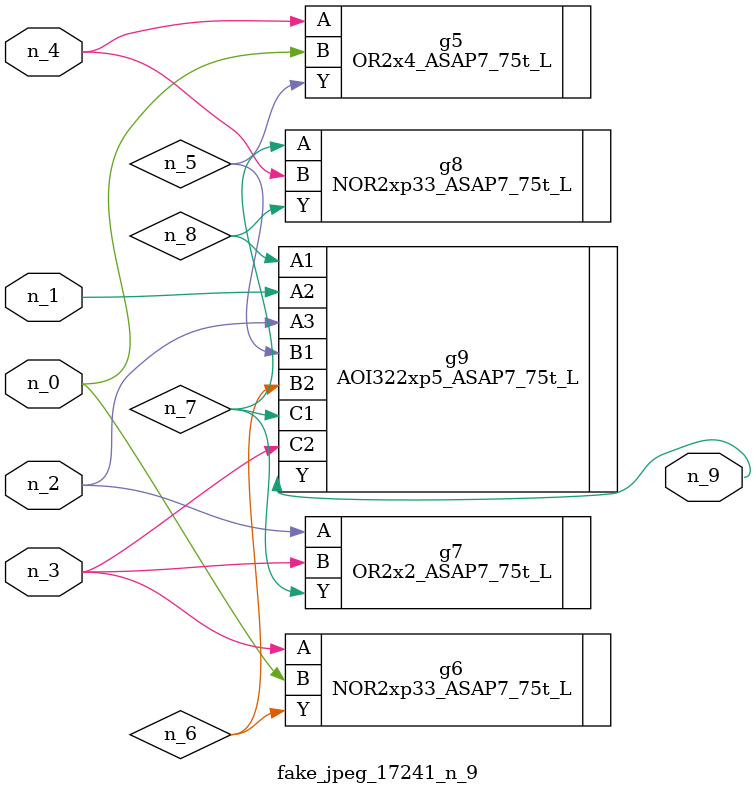
<source format=v>
module fake_jpeg_17241_n_9 (n_3, n_2, n_1, n_0, n_4, n_9);

input n_3;
input n_2;
input n_1;
input n_0;
input n_4;

output n_9;

wire n_8;
wire n_6;
wire n_5;
wire n_7;

OR2x4_ASAP7_75t_L g5 ( 
.A(n_4),
.B(n_0),
.Y(n_5)
);

NOR2xp33_ASAP7_75t_L g6 ( 
.A(n_3),
.B(n_0),
.Y(n_6)
);

OR2x2_ASAP7_75t_L g7 ( 
.A(n_2),
.B(n_3),
.Y(n_7)
);

NOR2xp33_ASAP7_75t_L g8 ( 
.A(n_7),
.B(n_4),
.Y(n_8)
);

AOI322xp5_ASAP7_75t_L g9 ( 
.A1(n_8),
.A2(n_1),
.A3(n_2),
.B1(n_5),
.B2(n_6),
.C1(n_7),
.C2(n_3),
.Y(n_9)
);


endmodule
</source>
